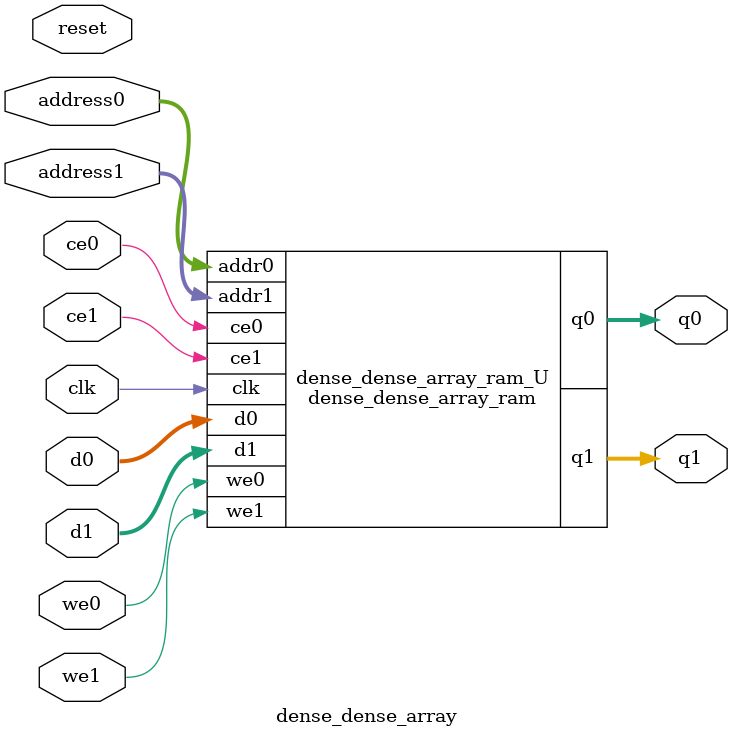
<source format=v>
`timescale 1 ns / 1 ps
module dense_dense_array_ram (addr0, ce0, d0, we0, q0, addr1, ce1, d1, we1, q1,  clk);

parameter DWIDTH = 32;
parameter AWIDTH = 4;
parameter MEM_SIZE = 10;

input[AWIDTH-1:0] addr0;
input ce0;
input[DWIDTH-1:0] d0;
input we0;
output reg[DWIDTH-1:0] q0;
input[AWIDTH-1:0] addr1;
input ce1;
input[DWIDTH-1:0] d1;
input we1;
output reg[DWIDTH-1:0] q1;
input clk;

(* ram_style = "block" *)reg [DWIDTH-1:0] ram[0:MEM_SIZE-1];




always @(posedge clk)  
begin 
    if (ce0) 
    begin
        if (we0) 
        begin 
            ram[addr0] <= d0; 
        end 
        q0 <= ram[addr0];
    end
end


always @(posedge clk)  
begin 
    if (ce1) 
    begin
        if (we1) 
        begin 
            ram[addr1] <= d1; 
        end 
        q1 <= ram[addr1];
    end
end


endmodule

`timescale 1 ns / 1 ps
module dense_dense_array(
    reset,
    clk,
    address0,
    ce0,
    we0,
    d0,
    q0,
    address1,
    ce1,
    we1,
    d1,
    q1);

parameter DataWidth = 32'd32;
parameter AddressRange = 32'd10;
parameter AddressWidth = 32'd4;
input reset;
input clk;
input[AddressWidth - 1:0] address0;
input ce0;
input we0;
input[DataWidth - 1:0] d0;
output[DataWidth - 1:0] q0;
input[AddressWidth - 1:0] address1;
input ce1;
input we1;
input[DataWidth - 1:0] d1;
output[DataWidth - 1:0] q1;



dense_dense_array_ram dense_dense_array_ram_U(
    .clk( clk ),
    .addr0( address0 ),
    .ce0( ce0 ),
    .we0( we0 ),
    .d0( d0 ),
    .q0( q0 ),
    .addr1( address1 ),
    .ce1( ce1 ),
    .we1( we1 ),
    .d1( d1 ),
    .q1( q1 ));

endmodule


</source>
